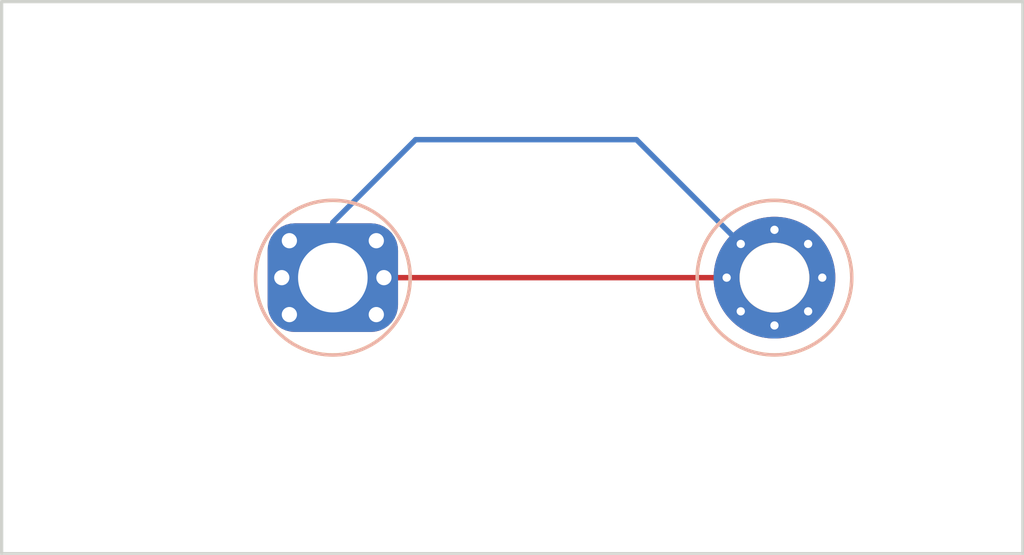
<source format=kicad_pcb>
(kicad_pcb (version 20171130) (host pcbnew "(5.0.0-rc2-dev-41-gce1bd4c-dirty)")

  (general
    (thickness 1.6)
    (drawings 4)
    (tracks 5)
    (zones 0)
    (modules 2)
    (nets 2)
  )

  (page A4)
  (layers
    (0 F.Cu signal)
    (31 B.Cu signal)
    (32 B.Adhes user)
    (33 F.Adhes user)
    (34 B.Paste user)
    (35 F.Paste user)
    (36 B.SilkS user)
    (37 F.SilkS user)
    (38 B.Mask user)
    (39 F.Mask user)
    (40 Dwgs.User user)
    (41 Cmts.User user)
    (42 Eco1.User user)
    (43 Eco2.User user)
    (44 Edge.Cuts user)
    (45 Margin user)
    (46 B.CrtYd user)
    (47 F.CrtYd user)
    (48 B.Fab user)
    (49 F.Fab user)
  )

  (setup
    (last_trace_width 0.25)
    (trace_clearance 0.2)
    (zone_clearance 0.508)
    (zone_45_only no)
    (trace_min 0.2)
    (segment_width 0.15)
    (edge_width 0.15)
    (via_size 0.8)
    (via_drill 0.4)
    (via_min_size 0.4)
    (via_min_drill 0.3)
    (uvia_size 0.3)
    (uvia_drill 0.1)
    (uvias_allowed no)
    (uvia_min_size 0.2)
    (uvia_min_drill 0.1)
    (pcb_text_width 0.3)
    (pcb_text_size 1.5 1.5)
    (mod_edge_width 0.3)
    (mod_text_size 1.5 1.5)
    (mod_text_width 0.15)
    (pad_size 0.8 1.2)
    (pad_drill 0.5)
    (pad_to_mask_clearance 0.2)
    (aux_axis_origin 0 0)
    (visible_elements 7FFFFFFF)
    (pcbplotparams
      (layerselection 0x010fc_ffffffff)
      (usegerberextensions false)
      (usegerberattributes false)
      (usegerberadvancedattributes false)
      (creategerberjobfile false)
      (excludeedgelayer true)
      (linewidth 0.100000)
      (plotframeref false)
      (viasonmask false)
      (mode 1)
      (useauxorigin false)
      (hpglpennumber 1)
      (hpglpenspeed 20)
      (hpglpendiameter 15)
      (psnegative false)
      (psa4output false)
      (plotreference true)
      (plotvalue true)
      (plotinvisibletext false)
      (padsonsilk false)
      (subtractmaskfromsilk false)
      (outputformat 1)
      (mirror false)
      (drillshape 1)
      (scaleselection 1)
      (outputdirectory ""))
  )

  (net 0 "")
  (net 1 GND)

  (net_class Default "This is the default net class."
    (clearance 0.2)
    (trace_width 0.25)
    (via_dia 0.8)
    (via_drill 0.4)
    (uvia_dia 0.3)
    (uvia_drill 0.1)
    (add_net GND)
  )

  (module a_ANCHORS:1pinD32-drilled (layer F.Cu) (tedit 55119F58) (tstamp 5ABF9160)
    (at 171.45 99.06)
    (path /5ABF8D65)
    (fp_text reference J2 (at 0 -4.699) (layer F.SilkS) hide
      (effects (font (size 1.00076 1.00076) (thickness 0.2032)))
    )
    (fp_text value HEADER_1 (at 0 4.953) (layer F.SilkS) hide
      (effects (font (size 1.00076 1.00076) (thickness 0.2032)))
    )
    (fp_circle (center 0 0) (end 0 1.524) (layer B.SilkS) (width 0.16))
    (fp_circle (center 0 0) (end 0 1.524) (layer F.SilkS) (width 0.16))
    (fp_circle (center 0 0) (end 0 3.556) (layer B.SilkS) (width 0.16))
    (fp_circle (center 0 0) (end 0 3.556) (layer F.SilkS) (width 0.16))
    (pad 1 thru_hole circle (at 0 0) (size 5.6 5.6) (drill 3.2004) (layers *.Cu *.Mask)
      (net 1 GND))
    (pad 1 thru_hole circle (at 0 -2.2) (size 0.6 0.6) (drill 0.381) (layers *.Cu *.Mask)
      (net 1 GND))
    (pad 1 thru_hole circle (at -2.2 0) (size 0.6 0.6) (drill 0.381) (layers *.Cu *.Mask)
      (net 1 GND))
    (pad 1 thru_hole circle (at 0 2.2) (size 0.6 0.6) (drill 0.381) (layers *.Cu *.Mask)
      (net 1 GND))
    (pad 1 thru_hole circle (at 2.2 0) (size 0.6 0.6) (drill 0.381) (layers *.Cu *.Mask)
      (net 1 GND))
    (pad 1 thru_hole circle (at 1.55 -1.55) (size 0.6 0.6) (drill 0.381) (layers *.Cu *.Mask)
      (net 1 GND))
    (pad 1 thru_hole circle (at -1.55 -1.55) (size 0.6 0.6) (drill 0.381) (layers *.Cu *.Mask)
      (net 1 GND))
    (pad 1 thru_hole circle (at -1.55 1.55) (size 0.6 0.6) (drill 0.381) (layers *.Cu *.Mask)
      (net 1 GND))
    (pad 1 thru_hole circle (at 1.55 1.55) (size 0.6 0.6) (drill 0.381) (layers *.Cu *.Mask)
      (net 1 GND))
  )

  (module a_ANCHORS:1pinD32-round-drilled-6 (layer F.Cu) (tedit 5A684A20) (tstamp 5ABF8DD9)
    (at 151.13 99.06)
    (path /5ABF8CC8)
    (fp_text reference J1 (at 0 0) (layer F.SilkS) hide
      (effects (font (size 0.8 0.8) (thickness 0.15)))
    )
    (fp_text value HEADER_1 (at 0 0) (layer F.Fab) hide
      (effects (font (size 0.8 0.8) (thickness 0.15)))
    )
    (fp_circle (center 0 0) (end 0 3.556) (layer F.SilkS) (width 0.16))
    (fp_circle (center 0 0) (end -0.127 3.556) (layer B.SilkS) (width 0.16))
    (pad 1 thru_hole circle (at 2 -1.7) (size 1.05 1.05) (drill 0.7) (layers *.Cu *.Mask)
      (net 1 GND) (zone_connect 2))
    (pad 1 thru_hole circle (at -2 -1.7) (size 1.05 1.05) (drill 0.7) (layers *.Cu *.Mask)
      (net 1 GND) (zone_connect 2))
    (pad 1 thru_hole circle (at -2.35 0) (size 1.05 1.05) (drill 0.7) (layers *.Cu *.Mask)
      (net 1 GND) (zone_connect 2))
    (pad 1 thru_hole circle (at -2 1.7) (size 1.05 1.05) (drill 0.7) (layers *.Cu *.Mask)
      (net 1 GND) (zone_connect 2))
    (pad 1 thru_hole circle (at 2 1.7) (size 1.05 1.05) (drill 0.7) (layers *.Cu *.Mask)
      (net 1 GND) (zone_connect 2))
    (pad 1 thru_hole circle (at 2.35 0) (size 1.05 1.05) (drill 0.7) (layers *.Cu *.Mask)
      (net 1 GND) (zone_connect 2))
    (pad 1 thru_hole roundrect (at 0 0) (size 6 5) (drill 3.2) (layers *.Cu *.Mask)(roundrect_rratio 0.25)
      (net 1 GND) (zone_connect 2))
    (model ${KISYS3DMOD}/board/M3x10-MF-silver.wrl
      (offset (xyz 0 0 10))
      (scale (xyz 1 1 1))
      (rotate (xyz 0 180 0))
    )
    (model ${KISYS3DMOD}/board/m3x6-bronze.wrl
      (offset (xyz 0 0 -1.6))
      (scale (xyz 1 1 1))
      (rotate (xyz 0 180 0))
    )
  )

  (gr_line (start 135.89 86.36) (end 182.88 86.36) (angle 90) (layer Edge.Cuts) (width 0.15))
  (gr_line (start 135.89 111.76) (end 135.89 86.36) (angle 90) (layer Edge.Cuts) (width 0.15))
  (gr_line (start 182.88 111.76) (end 135.89 111.76) (angle 90) (layer Edge.Cuts) (width 0.15))
  (gr_line (start 182.88 86.36) (end 182.88 111.76) (angle 90) (layer Edge.Cuts) (width 0.15))

  (segment (start 151.13 99.06) (end 151.13 96.52) (width 0.25) (layer B.Cu) (net 1) (status 400000))
  (segment (start 151.13 96.52) (end 154.94 92.71) (width 0.25) (layer B.Cu) (net 1) (tstamp 5ABF92D6))
  (segment (start 154.94 92.71) (end 165.1 92.71) (width 0.25) (layer B.Cu) (net 1) (tstamp 5ABF92D8))
  (segment (start 165.1 92.71) (end 171.45 99.06) (width 0.25) (layer B.Cu) (net 1) (tstamp 5ABF92DA) (status 800000))
  (segment (start 171.45 99.06) (end 151.13 99.06) (width 0.25) (layer F.Cu) (net 1) (status C00000))

)

</source>
